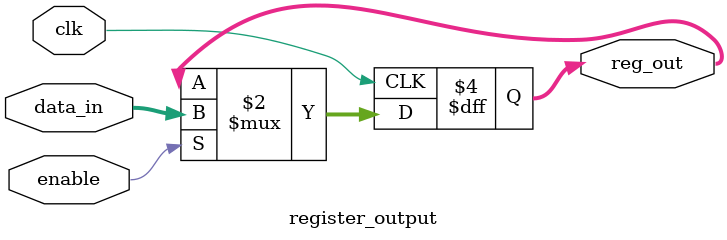
<source format=v>
module register_input (
    input clk,
    input [4:0] data_in,
    input load,
    output reg [4:0] reg_out
);

    always @(posedge clk) begin
        if (load)
            reg_out <= data_in;
    end

endmodule

module register_output (
    input clk,
    input [4:0] data_in,
    input enable,
    output reg [4:0] reg_out
);

    always @(posedge clk) begin
        if (enable)
            reg_out <= data_in;
    end

endmodule


</source>
